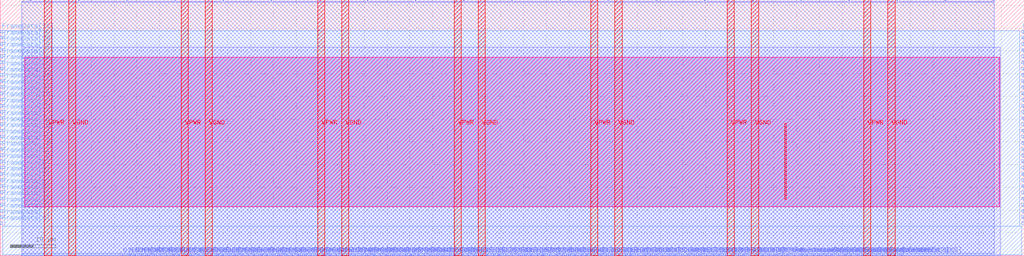
<source format=lef>
VERSION 5.7 ;
  NOWIREEXTENSIONATPIN ON ;
  DIVIDERCHAR "/" ;
  BUSBITCHARS "[]" ;
MACRO N_term_DSP
  CLASS BLOCK ;
  FOREIGN N_term_DSP ;
  ORIGIN 0.000 0.000 ;
  SIZE 225.000 BY 56.250 ;
  PIN FrameData[0]
    DIRECTION INPUT ;
    USE SIGNAL ;
    ANTENNAGATEAREA 0.196500 ;
    PORT
      LAYER met3 ;
        RECT 0.000 6.840 0.600 7.440 ;
    END
  END FrameData[0]
  PIN FrameData[10]
    DIRECTION INPUT ;
    USE SIGNAL ;
    ANTENNAGATEAREA 0.196500 ;
    PORT
      LAYER met3 ;
        RECT 0.000 20.440 0.600 21.040 ;
    END
  END FrameData[10]
  PIN FrameData[11]
    DIRECTION INPUT ;
    USE SIGNAL ;
    ANTENNAGATEAREA 0.631200 ;
    ANTENNADIFFAREA 0.434700 ;
    PORT
      LAYER met3 ;
        RECT 0.000 21.800 0.600 22.400 ;
    END
  END FrameData[11]
  PIN FrameData[12]
    DIRECTION INPUT ;
    USE SIGNAL ;
    ANTENNAGATEAREA 0.631200 ;
    ANTENNADIFFAREA 0.434700 ;
    PORT
      LAYER met3 ;
        RECT 0.000 23.160 0.600 23.760 ;
    END
  END FrameData[12]
  PIN FrameData[13]
    DIRECTION INPUT ;
    USE SIGNAL ;
    ANTENNAGATEAREA 0.631200 ;
    ANTENNADIFFAREA 0.434700 ;
    PORT
      LAYER met3 ;
        RECT 0.000 24.520 0.600 25.120 ;
    END
  END FrameData[13]
  PIN FrameData[14]
    DIRECTION INPUT ;
    USE SIGNAL ;
    ANTENNAGATEAREA 0.631200 ;
    ANTENNADIFFAREA 0.434700 ;
    PORT
      LAYER met3 ;
        RECT 0.000 25.880 0.600 26.480 ;
    END
  END FrameData[14]
  PIN FrameData[15]
    DIRECTION INPUT ;
    USE SIGNAL ;
    ANTENNAGATEAREA 0.631200 ;
    ANTENNADIFFAREA 0.434700 ;
    PORT
      LAYER met3 ;
        RECT 0.000 27.240 0.600 27.840 ;
    END
  END FrameData[15]
  PIN FrameData[16]
    DIRECTION INPUT ;
    USE SIGNAL ;
    ANTENNAGATEAREA 0.631200 ;
    ANTENNADIFFAREA 0.434700 ;
    PORT
      LAYER met3 ;
        RECT 0.000 28.600 0.600 29.200 ;
    END
  END FrameData[16]
  PIN FrameData[17]
    DIRECTION INPUT ;
    USE SIGNAL ;
    ANTENNAGATEAREA 0.631200 ;
    ANTENNADIFFAREA 0.434700 ;
    PORT
      LAYER met3 ;
        RECT 0.000 29.960 0.600 30.560 ;
    END
  END FrameData[17]
  PIN FrameData[18]
    DIRECTION INPUT ;
    USE SIGNAL ;
    ANTENNAGATEAREA 0.631200 ;
    ANTENNADIFFAREA 0.434700 ;
    PORT
      LAYER met3 ;
        RECT 0.000 31.320 0.600 31.920 ;
    END
  END FrameData[18]
  PIN FrameData[19]
    DIRECTION INPUT ;
    USE SIGNAL ;
    ANTENNAGATEAREA 0.631200 ;
    ANTENNADIFFAREA 0.434700 ;
    PORT
      LAYER met3 ;
        RECT 0.000 32.680 0.600 33.280 ;
    END
  END FrameData[19]
  PIN FrameData[1]
    DIRECTION INPUT ;
    USE SIGNAL ;
    ANTENNAGATEAREA 0.196500 ;
    PORT
      LAYER met3 ;
        RECT 0.000 8.200 0.600 8.800 ;
    END
  END FrameData[1]
  PIN FrameData[20]
    DIRECTION INPUT ;
    USE SIGNAL ;
    ANTENNAGATEAREA 0.631200 ;
    ANTENNADIFFAREA 0.434700 ;
    PORT
      LAYER met3 ;
        RECT 0.000 34.040 0.600 34.640 ;
    END
  END FrameData[20]
  PIN FrameData[21]
    DIRECTION INPUT ;
    USE SIGNAL ;
    ANTENNAGATEAREA 0.631200 ;
    ANTENNADIFFAREA 0.434700 ;
    PORT
      LAYER met3 ;
        RECT 0.000 35.400 0.600 36.000 ;
    END
  END FrameData[21]
  PIN FrameData[22]
    DIRECTION INPUT ;
    USE SIGNAL ;
    ANTENNAGATEAREA 0.196500 ;
    PORT
      LAYER met3 ;
        RECT 0.000 36.760 0.600 37.360 ;
    END
  END FrameData[22]
  PIN FrameData[23]
    DIRECTION INPUT ;
    USE SIGNAL ;
    ANTENNAGATEAREA 0.631200 ;
    ANTENNADIFFAREA 0.434700 ;
    PORT
      LAYER met3 ;
        RECT 0.000 38.120 0.600 38.720 ;
    END
  END FrameData[23]
  PIN FrameData[24]
    DIRECTION INPUT ;
    USE SIGNAL ;
    ANTENNAGATEAREA 0.631200 ;
    ANTENNADIFFAREA 0.434700 ;
    PORT
      LAYER met3 ;
        RECT 0.000 39.480 0.600 40.080 ;
    END
  END FrameData[24]
  PIN FrameData[25]
    DIRECTION INPUT ;
    USE SIGNAL ;
    ANTENNAGATEAREA 0.631200 ;
    ANTENNADIFFAREA 0.434700 ;
    PORT
      LAYER met3 ;
        RECT 0.000 40.840 0.600 41.440 ;
    END
  END FrameData[25]
  PIN FrameData[26]
    DIRECTION INPUT ;
    USE SIGNAL ;
    ANTENNAGATEAREA 0.631200 ;
    ANTENNADIFFAREA 0.434700 ;
    PORT
      LAYER met3 ;
        RECT 0.000 42.200 0.600 42.800 ;
    END
  END FrameData[26]
  PIN FrameData[27]
    DIRECTION INPUT ;
    USE SIGNAL ;
    ANTENNAGATEAREA 0.631200 ;
    ANTENNADIFFAREA 0.434700 ;
    PORT
      LAYER met3 ;
        RECT 0.000 43.560 0.600 44.160 ;
    END
  END FrameData[27]
  PIN FrameData[28]
    DIRECTION INPUT ;
    USE SIGNAL ;
    ANTENNAGATEAREA 0.631200 ;
    ANTENNADIFFAREA 0.434700 ;
    PORT
      LAYER met3 ;
        RECT 0.000 44.920 0.600 45.520 ;
    END
  END FrameData[28]
  PIN FrameData[29]
    DIRECTION INPUT ;
    USE SIGNAL ;
    ANTENNAGATEAREA 0.631200 ;
    ANTENNADIFFAREA 0.434700 ;
    PORT
      LAYER met3 ;
        RECT 0.000 46.280 0.600 46.880 ;
    END
  END FrameData[29]
  PIN FrameData[2]
    DIRECTION INPUT ;
    USE SIGNAL ;
    ANTENNAGATEAREA 0.631200 ;
    ANTENNADIFFAREA 0.434700 ;
    PORT
      LAYER met3 ;
        RECT 0.000 9.560 0.600 10.160 ;
    END
  END FrameData[2]
  PIN FrameData[30]
    DIRECTION INPUT ;
    USE SIGNAL ;
    ANTENNAGATEAREA 0.631200 ;
    ANTENNADIFFAREA 0.434700 ;
    PORT
      LAYER met3 ;
        RECT 0.000 47.640 0.600 48.240 ;
    END
  END FrameData[30]
  PIN FrameData[31]
    DIRECTION INPUT ;
    USE SIGNAL ;
    ANTENNAGATEAREA 0.631200 ;
    ANTENNADIFFAREA 0.434700 ;
    PORT
      LAYER met3 ;
        RECT 0.000 49.000 0.600 49.600 ;
    END
  END FrameData[31]
  PIN FrameData[3]
    DIRECTION INPUT ;
    USE SIGNAL ;
    ANTENNAGATEAREA 0.631200 ;
    ANTENNADIFFAREA 0.434700 ;
    PORT
      LAYER met3 ;
        RECT 0.000 10.920 0.600 11.520 ;
    END
  END FrameData[3]
  PIN FrameData[4]
    DIRECTION INPUT ;
    USE SIGNAL ;
    ANTENNAGATEAREA 0.631200 ;
    ANTENNADIFFAREA 0.434700 ;
    PORT
      LAYER met3 ;
        RECT 0.000 12.280 0.600 12.880 ;
    END
  END FrameData[4]
  PIN FrameData[5]
    DIRECTION INPUT ;
    USE SIGNAL ;
    ANTENNAGATEAREA 0.196500 ;
    PORT
      LAYER met3 ;
        RECT 0.000 13.640 0.600 14.240 ;
    END
  END FrameData[5]
  PIN FrameData[6]
    DIRECTION INPUT ;
    USE SIGNAL ;
    ANTENNAGATEAREA 0.631200 ;
    ANTENNADIFFAREA 0.434700 ;
    PORT
      LAYER met3 ;
        RECT 0.000 15.000 0.600 15.600 ;
    END
  END FrameData[6]
  PIN FrameData[7]
    DIRECTION INPUT ;
    USE SIGNAL ;
    ANTENNAGATEAREA 0.631200 ;
    ANTENNADIFFAREA 0.434700 ;
    PORT
      LAYER met3 ;
        RECT 0.000 16.360 0.600 16.960 ;
    END
  END FrameData[7]
  PIN FrameData[8]
    DIRECTION INPUT ;
    USE SIGNAL ;
    ANTENNAGATEAREA 0.631200 ;
    ANTENNADIFFAREA 0.434700 ;
    PORT
      LAYER met3 ;
        RECT 0.000 17.720 0.600 18.320 ;
    END
  END FrameData[8]
  PIN FrameData[9]
    DIRECTION INPUT ;
    USE SIGNAL ;
    ANTENNAGATEAREA 0.631200 ;
    ANTENNADIFFAREA 0.434700 ;
    PORT
      LAYER met3 ;
        RECT 0.000 19.080 0.600 19.680 ;
    END
  END FrameData[9]
  PIN FrameData_O[0]
    DIRECTION OUTPUT ;
    USE SIGNAL ;
    ANTENNADIFFAREA 0.445500 ;
    PORT
      LAYER met3 ;
        RECT 224.400 6.840 225.000 7.440 ;
    END
  END FrameData_O[0]
  PIN FrameData_O[10]
    DIRECTION OUTPUT ;
    USE SIGNAL ;
    ANTENNADIFFAREA 0.445500 ;
    PORT
      LAYER met3 ;
        RECT 224.400 20.440 225.000 21.040 ;
    END
  END FrameData_O[10]
  PIN FrameData_O[11]
    DIRECTION OUTPUT ;
    USE SIGNAL ;
    ANTENNADIFFAREA 0.445500 ;
    PORT
      LAYER met3 ;
        RECT 224.400 21.800 225.000 22.400 ;
    END
  END FrameData_O[11]
  PIN FrameData_O[12]
    DIRECTION OUTPUT ;
    USE SIGNAL ;
    ANTENNADIFFAREA 0.445500 ;
    PORT
      LAYER met3 ;
        RECT 224.400 23.160 225.000 23.760 ;
    END
  END FrameData_O[12]
  PIN FrameData_O[13]
    DIRECTION OUTPUT ;
    USE SIGNAL ;
    ANTENNADIFFAREA 0.445500 ;
    PORT
      LAYER met3 ;
        RECT 224.400 24.520 225.000 25.120 ;
    END
  END FrameData_O[13]
  PIN FrameData_O[14]
    DIRECTION OUTPUT ;
    USE SIGNAL ;
    ANTENNADIFFAREA 0.445500 ;
    PORT
      LAYER met3 ;
        RECT 224.400 25.880 225.000 26.480 ;
    END
  END FrameData_O[14]
  PIN FrameData_O[15]
    DIRECTION OUTPUT ;
    USE SIGNAL ;
    ANTENNADIFFAREA 0.445500 ;
    PORT
      LAYER met3 ;
        RECT 224.400 27.240 225.000 27.840 ;
    END
  END FrameData_O[15]
  PIN FrameData_O[16]
    DIRECTION OUTPUT ;
    USE SIGNAL ;
    ANTENNADIFFAREA 0.445500 ;
    PORT
      LAYER met3 ;
        RECT 224.400 28.600 225.000 29.200 ;
    END
  END FrameData_O[16]
  PIN FrameData_O[17]
    DIRECTION OUTPUT ;
    USE SIGNAL ;
    ANTENNADIFFAREA 0.445500 ;
    PORT
      LAYER met3 ;
        RECT 224.400 29.960 225.000 30.560 ;
    END
  END FrameData_O[17]
  PIN FrameData_O[18]
    DIRECTION OUTPUT ;
    USE SIGNAL ;
    ANTENNADIFFAREA 0.445500 ;
    PORT
      LAYER met3 ;
        RECT 224.400 31.320 225.000 31.920 ;
    END
  END FrameData_O[18]
  PIN FrameData_O[19]
    DIRECTION OUTPUT ;
    USE SIGNAL ;
    ANTENNADIFFAREA 0.445500 ;
    PORT
      LAYER met3 ;
        RECT 224.400 32.680 225.000 33.280 ;
    END
  END FrameData_O[19]
  PIN FrameData_O[1]
    DIRECTION OUTPUT ;
    USE SIGNAL ;
    ANTENNADIFFAREA 0.445500 ;
    PORT
      LAYER met3 ;
        RECT 224.400 8.200 225.000 8.800 ;
    END
  END FrameData_O[1]
  PIN FrameData_O[20]
    DIRECTION OUTPUT ;
    USE SIGNAL ;
    ANTENNADIFFAREA 0.445500 ;
    PORT
      LAYER met3 ;
        RECT 224.400 34.040 225.000 34.640 ;
    END
  END FrameData_O[20]
  PIN FrameData_O[21]
    DIRECTION OUTPUT ;
    USE SIGNAL ;
    ANTENNADIFFAREA 0.445500 ;
    PORT
      LAYER met3 ;
        RECT 224.400 35.400 225.000 36.000 ;
    END
  END FrameData_O[21]
  PIN FrameData_O[22]
    DIRECTION OUTPUT ;
    USE SIGNAL ;
    ANTENNADIFFAREA 0.445500 ;
    PORT
      LAYER met3 ;
        RECT 224.400 36.760 225.000 37.360 ;
    END
  END FrameData_O[22]
  PIN FrameData_O[23]
    DIRECTION OUTPUT ;
    USE SIGNAL ;
    ANTENNADIFFAREA 0.445500 ;
    PORT
      LAYER met3 ;
        RECT 224.400 38.120 225.000 38.720 ;
    END
  END FrameData_O[23]
  PIN FrameData_O[24]
    DIRECTION OUTPUT ;
    USE SIGNAL ;
    ANTENNADIFFAREA 0.445500 ;
    PORT
      LAYER met3 ;
        RECT 224.400 39.480 225.000 40.080 ;
    END
  END FrameData_O[24]
  PIN FrameData_O[25]
    DIRECTION OUTPUT ;
    USE SIGNAL ;
    ANTENNADIFFAREA 0.445500 ;
    PORT
      LAYER met3 ;
        RECT 224.400 40.840 225.000 41.440 ;
    END
  END FrameData_O[25]
  PIN FrameData_O[26]
    DIRECTION OUTPUT ;
    USE SIGNAL ;
    ANTENNADIFFAREA 0.445500 ;
    PORT
      LAYER met3 ;
        RECT 224.400 42.200 225.000 42.800 ;
    END
  END FrameData_O[26]
  PIN FrameData_O[27]
    DIRECTION OUTPUT ;
    USE SIGNAL ;
    ANTENNADIFFAREA 0.445500 ;
    PORT
      LAYER met3 ;
        RECT 224.400 43.560 225.000 44.160 ;
    END
  END FrameData_O[27]
  PIN FrameData_O[28]
    DIRECTION OUTPUT ;
    USE SIGNAL ;
    ANTENNADIFFAREA 0.445500 ;
    PORT
      LAYER met3 ;
        RECT 224.400 44.920 225.000 45.520 ;
    END
  END FrameData_O[28]
  PIN FrameData_O[29]
    DIRECTION OUTPUT ;
    USE SIGNAL ;
    ANTENNADIFFAREA 0.445500 ;
    PORT
      LAYER met3 ;
        RECT 224.400 46.280 225.000 46.880 ;
    END
  END FrameData_O[29]
  PIN FrameData_O[2]
    DIRECTION OUTPUT ;
    USE SIGNAL ;
    ANTENNADIFFAREA 0.445500 ;
    PORT
      LAYER met3 ;
        RECT 224.400 9.560 225.000 10.160 ;
    END
  END FrameData_O[2]
  PIN FrameData_O[30]
    DIRECTION OUTPUT ;
    USE SIGNAL ;
    ANTENNADIFFAREA 0.445500 ;
    PORT
      LAYER met3 ;
        RECT 224.400 47.640 225.000 48.240 ;
    END
  END FrameData_O[30]
  PIN FrameData_O[31]
    DIRECTION OUTPUT ;
    USE SIGNAL ;
    ANTENNADIFFAREA 0.445500 ;
    PORT
      LAYER met3 ;
        RECT 224.400 49.000 225.000 49.600 ;
    END
  END FrameData_O[31]
  PIN FrameData_O[3]
    DIRECTION OUTPUT ;
    USE SIGNAL ;
    ANTENNADIFFAREA 0.445500 ;
    PORT
      LAYER met3 ;
        RECT 224.400 10.920 225.000 11.520 ;
    END
  END FrameData_O[3]
  PIN FrameData_O[4]
    DIRECTION OUTPUT ;
    USE SIGNAL ;
    ANTENNADIFFAREA 0.445500 ;
    PORT
      LAYER met3 ;
        RECT 224.400 12.280 225.000 12.880 ;
    END
  END FrameData_O[4]
  PIN FrameData_O[5]
    DIRECTION OUTPUT ;
    USE SIGNAL ;
    ANTENNADIFFAREA 0.445500 ;
    PORT
      LAYER met3 ;
        RECT 224.400 13.640 225.000 14.240 ;
    END
  END FrameData_O[5]
  PIN FrameData_O[6]
    DIRECTION OUTPUT ;
    USE SIGNAL ;
    ANTENNADIFFAREA 0.445500 ;
    PORT
      LAYER met3 ;
        RECT 224.400 15.000 225.000 15.600 ;
    END
  END FrameData_O[6]
  PIN FrameData_O[7]
    DIRECTION OUTPUT ;
    USE SIGNAL ;
    ANTENNADIFFAREA 0.445500 ;
    PORT
      LAYER met3 ;
        RECT 224.400 16.360 225.000 16.960 ;
    END
  END FrameData_O[7]
  PIN FrameData_O[8]
    DIRECTION OUTPUT ;
    USE SIGNAL ;
    ANTENNADIFFAREA 0.445500 ;
    PORT
      LAYER met3 ;
        RECT 224.400 17.720 225.000 18.320 ;
    END
  END FrameData_O[8]
  PIN FrameData_O[9]
    DIRECTION OUTPUT ;
    USE SIGNAL ;
    ANTENNADIFFAREA 0.445500 ;
    PORT
      LAYER met3 ;
        RECT 224.400 19.080 225.000 19.680 ;
    END
  END FrameData_O[9]
  PIN FrameStrobe[0]
    DIRECTION INPUT ;
    USE SIGNAL ;
    ANTENNAGATEAREA 0.631200 ;
    ANTENNADIFFAREA 0.434700 ;
    PORT
      LAYER met2 ;
        RECT 171.670 0.000 171.950 0.280 ;
    END
  END FrameStrobe[0]
  PIN FrameStrobe[10]
    DIRECTION INPUT ;
    USE SIGNAL ;
    ANTENNAGATEAREA 0.196500 ;
    PORT
      LAYER met2 ;
        RECT 185.470 0.000 185.750 0.280 ;
    END
  END FrameStrobe[10]
  PIN FrameStrobe[11]
    DIRECTION INPUT ;
    USE SIGNAL ;
    ANTENNAGATEAREA 0.196500 ;
    PORT
      LAYER met2 ;
        RECT 186.850 0.000 187.130 0.280 ;
    END
  END FrameStrobe[11]
  PIN FrameStrobe[12]
    DIRECTION INPUT ;
    USE SIGNAL ;
    ANTENNAGATEAREA 0.196500 ;
    PORT
      LAYER met2 ;
        RECT 188.230 0.000 188.510 0.280 ;
    END
  END FrameStrobe[12]
  PIN FrameStrobe[13]
    DIRECTION INPUT ;
    USE SIGNAL ;
    ANTENNAGATEAREA 0.196500 ;
    PORT
      LAYER met2 ;
        RECT 189.610 0.000 189.890 0.280 ;
    END
  END FrameStrobe[13]
  PIN FrameStrobe[14]
    DIRECTION INPUT ;
    USE SIGNAL ;
    ANTENNAGATEAREA 0.196500 ;
    PORT
      LAYER met2 ;
        RECT 190.990 0.000 191.270 0.280 ;
    END
  END FrameStrobe[14]
  PIN FrameStrobe[15]
    DIRECTION INPUT ;
    USE SIGNAL ;
    ANTENNAGATEAREA 0.196500 ;
    PORT
      LAYER met2 ;
        RECT 192.370 0.000 192.650 0.280 ;
    END
  END FrameStrobe[15]
  PIN FrameStrobe[16]
    DIRECTION INPUT ;
    USE SIGNAL ;
    ANTENNAGATEAREA 0.196500 ;
    PORT
      LAYER met2 ;
        RECT 193.750 0.000 194.030 0.280 ;
    END
  END FrameStrobe[16]
  PIN FrameStrobe[17]
    DIRECTION INPUT ;
    USE SIGNAL ;
    ANTENNAGATEAREA 0.196500 ;
    PORT
      LAYER met2 ;
        RECT 195.130 0.000 195.410 0.280 ;
    END
  END FrameStrobe[17]
  PIN FrameStrobe[18]
    DIRECTION INPUT ;
    USE SIGNAL ;
    ANTENNAGATEAREA 0.196500 ;
    PORT
      LAYER met2 ;
        RECT 196.510 0.000 196.790 0.280 ;
    END
  END FrameStrobe[18]
  PIN FrameStrobe[19]
    DIRECTION INPUT ;
    USE SIGNAL ;
    ANTENNAGATEAREA 0.196500 ;
    PORT
      LAYER met2 ;
        RECT 197.890 0.000 198.170 0.280 ;
    END
  END FrameStrobe[19]
  PIN FrameStrobe[1]
    DIRECTION INPUT ;
    USE SIGNAL ;
    ANTENNAGATEAREA 0.631200 ;
    ANTENNADIFFAREA 0.434700 ;
    PORT
      LAYER met2 ;
        RECT 173.050 0.000 173.330 0.280 ;
    END
  END FrameStrobe[1]
  PIN FrameStrobe[2]
    DIRECTION INPUT ;
    USE SIGNAL ;
    ANTENNAGATEAREA 0.631200 ;
    ANTENNADIFFAREA 0.434700 ;
    PORT
      LAYER met2 ;
        RECT 174.430 0.000 174.710 0.280 ;
    END
  END FrameStrobe[2]
  PIN FrameStrobe[3]
    DIRECTION INPUT ;
    USE SIGNAL ;
    ANTENNAGATEAREA 0.196500 ;
    PORT
      LAYER met2 ;
        RECT 175.810 0.000 176.090 0.280 ;
    END
  END FrameStrobe[3]
  PIN FrameStrobe[4]
    DIRECTION INPUT ;
    USE SIGNAL ;
    ANTENNAGATEAREA 0.196500 ;
    PORT
      LAYER met2 ;
        RECT 177.190 0.000 177.470 0.280 ;
    END
  END FrameStrobe[4]
  PIN FrameStrobe[5]
    DIRECTION INPUT ;
    USE SIGNAL ;
    ANTENNAGATEAREA 0.196500 ;
    PORT
      LAYER met2 ;
        RECT 178.570 0.000 178.850 0.280 ;
    END
  END FrameStrobe[5]
  PIN FrameStrobe[6]
    DIRECTION INPUT ;
    USE SIGNAL ;
    ANTENNAGATEAREA 0.196500 ;
    PORT
      LAYER met2 ;
        RECT 179.950 0.000 180.230 0.280 ;
    END
  END FrameStrobe[6]
  PIN FrameStrobe[7]
    DIRECTION INPUT ;
    USE SIGNAL ;
    ANTENNAGATEAREA 0.196500 ;
    PORT
      LAYER met2 ;
        RECT 181.330 0.000 181.610 0.280 ;
    END
  END FrameStrobe[7]
  PIN FrameStrobe[8]
    DIRECTION INPUT ;
    USE SIGNAL ;
    ANTENNAGATEAREA 0.196500 ;
    PORT
      LAYER met2 ;
        RECT 182.710 0.000 182.990 0.280 ;
    END
  END FrameStrobe[8]
  PIN FrameStrobe[9]
    DIRECTION INPUT ;
    USE SIGNAL ;
    ANTENNAGATEAREA 0.196500 ;
    PORT
      LAYER met2 ;
        RECT 184.090 0.000 184.370 0.280 ;
    END
  END FrameStrobe[9]
  PIN FrameStrobe_O[0]
    DIRECTION OUTPUT ;
    USE SIGNAL ;
    ANTENNADIFFAREA 0.445500 ;
    PORT
      LAYER met2 ;
        RECT 17.110 55.970 17.390 56.250 ;
    END
  END FrameStrobe_O[0]
  PIN FrameStrobe_O[10]
    DIRECTION OUTPUT ;
    USE SIGNAL ;
    ANTENNADIFFAREA 0.445500 ;
    PORT
      LAYER met2 ;
        RECT 122.910 55.970 123.190 56.250 ;
    END
  END FrameStrobe_O[10]
  PIN FrameStrobe_O[11]
    DIRECTION OUTPUT ;
    USE SIGNAL ;
    ANTENNADIFFAREA 0.445500 ;
    PORT
      LAYER met2 ;
        RECT 133.490 55.970 133.770 56.250 ;
    END
  END FrameStrobe_O[11]
  PIN FrameStrobe_O[12]
    DIRECTION OUTPUT ;
    USE SIGNAL ;
    ANTENNADIFFAREA 0.445500 ;
    PORT
      LAYER met2 ;
        RECT 144.070 55.970 144.350 56.250 ;
    END
  END FrameStrobe_O[12]
  PIN FrameStrobe_O[13]
    DIRECTION OUTPUT ;
    USE SIGNAL ;
    ANTENNADIFFAREA 0.445500 ;
    PORT
      LAYER met2 ;
        RECT 154.650 55.970 154.930 56.250 ;
    END
  END FrameStrobe_O[13]
  PIN FrameStrobe_O[14]
    DIRECTION OUTPUT ;
    USE SIGNAL ;
    ANTENNADIFFAREA 0.445500 ;
    PORT
      LAYER met2 ;
        RECT 165.230 55.970 165.510 56.250 ;
    END
  END FrameStrobe_O[14]
  PIN FrameStrobe_O[15]
    DIRECTION OUTPUT ;
    USE SIGNAL ;
    ANTENNADIFFAREA 0.445500 ;
    PORT
      LAYER met2 ;
        RECT 175.810 55.970 176.090 56.250 ;
    END
  END FrameStrobe_O[15]
  PIN FrameStrobe_O[16]
    DIRECTION OUTPUT ;
    USE SIGNAL ;
    ANTENNADIFFAREA 0.445500 ;
    PORT
      LAYER met2 ;
        RECT 186.390 55.970 186.670 56.250 ;
    END
  END FrameStrobe_O[16]
  PIN FrameStrobe_O[17]
    DIRECTION OUTPUT ;
    USE SIGNAL ;
    ANTENNADIFFAREA 0.445500 ;
    PORT
      LAYER met2 ;
        RECT 196.970 55.970 197.250 56.250 ;
    END
  END FrameStrobe_O[17]
  PIN FrameStrobe_O[18]
    DIRECTION OUTPUT ;
    USE SIGNAL ;
    ANTENNADIFFAREA 0.445500 ;
    PORT
      LAYER met2 ;
        RECT 207.550 55.970 207.830 56.250 ;
    END
  END FrameStrobe_O[18]
  PIN FrameStrobe_O[19]
    DIRECTION OUTPUT ;
    USE SIGNAL ;
    ANTENNADIFFAREA 0.445500 ;
    PORT
      LAYER met2 ;
        RECT 218.130 55.970 218.410 56.250 ;
    END
  END FrameStrobe_O[19]
  PIN FrameStrobe_O[1]
    DIRECTION OUTPUT ;
    USE SIGNAL ;
    ANTENNADIFFAREA 0.445500 ;
    PORT
      LAYER met2 ;
        RECT 27.690 55.970 27.970 56.250 ;
    END
  END FrameStrobe_O[1]
  PIN FrameStrobe_O[2]
    DIRECTION OUTPUT ;
    USE SIGNAL ;
    ANTENNADIFFAREA 0.445500 ;
    PORT
      LAYER met2 ;
        RECT 38.270 55.970 38.550 56.250 ;
    END
  END FrameStrobe_O[2]
  PIN FrameStrobe_O[3]
    DIRECTION OUTPUT ;
    USE SIGNAL ;
    ANTENNADIFFAREA 0.445500 ;
    PORT
      LAYER met2 ;
        RECT 48.850 55.970 49.130 56.250 ;
    END
  END FrameStrobe_O[3]
  PIN FrameStrobe_O[4]
    DIRECTION OUTPUT ;
    USE SIGNAL ;
    ANTENNADIFFAREA 0.445500 ;
    PORT
      LAYER met2 ;
        RECT 59.430 55.970 59.710 56.250 ;
    END
  END FrameStrobe_O[4]
  PIN FrameStrobe_O[5]
    DIRECTION OUTPUT ;
    USE SIGNAL ;
    ANTENNADIFFAREA 0.445500 ;
    PORT
      LAYER met2 ;
        RECT 70.010 55.970 70.290 56.250 ;
    END
  END FrameStrobe_O[5]
  PIN FrameStrobe_O[6]
    DIRECTION OUTPUT ;
    USE SIGNAL ;
    ANTENNADIFFAREA 0.445500 ;
    PORT
      LAYER met2 ;
        RECT 80.590 55.970 80.870 56.250 ;
    END
  END FrameStrobe_O[6]
  PIN FrameStrobe_O[7]
    DIRECTION OUTPUT ;
    USE SIGNAL ;
    ANTENNADIFFAREA 0.445500 ;
    PORT
      LAYER met2 ;
        RECT 91.170 55.970 91.450 56.250 ;
    END
  END FrameStrobe_O[7]
  PIN FrameStrobe_O[8]
    DIRECTION OUTPUT ;
    USE SIGNAL ;
    ANTENNADIFFAREA 0.445500 ;
    PORT
      LAYER met2 ;
        RECT 101.750 55.970 102.030 56.250 ;
    END
  END FrameStrobe_O[8]
  PIN FrameStrobe_O[9]
    DIRECTION OUTPUT ;
    USE SIGNAL ;
    ANTENNADIFFAREA 0.445500 ;
    PORT
      LAYER met2 ;
        RECT 112.330 55.970 112.610 56.250 ;
    END
  END FrameStrobe_O[9]
  PIN N1END[0]
    DIRECTION INPUT ;
    USE SIGNAL ;
    ANTENNAGATEAREA 0.196500 ;
    PORT
      LAYER met2 ;
        RECT 26.770 0.000 27.050 0.280 ;
    END
  END N1END[0]
  PIN N1END[1]
    DIRECTION INPUT ;
    USE SIGNAL ;
    ANTENNAGATEAREA 0.196500 ;
    PORT
      LAYER met2 ;
        RECT 28.150 0.000 28.430 0.280 ;
    END
  END N1END[1]
  PIN N1END[2]
    DIRECTION INPUT ;
    USE SIGNAL ;
    ANTENNAGATEAREA 0.196500 ;
    PORT
      LAYER met2 ;
        RECT 29.530 0.000 29.810 0.280 ;
    END
  END N1END[2]
  PIN N1END[3]
    DIRECTION INPUT ;
    USE SIGNAL ;
    ANTENNAGATEAREA 0.196500 ;
    PORT
      LAYER met2 ;
        RECT 30.910 0.000 31.190 0.280 ;
    END
  END N1END[3]
  PIN N2END[0]
    DIRECTION INPUT ;
    USE SIGNAL ;
    ANTENNAGATEAREA 0.196500 ;
    PORT
      LAYER met2 ;
        RECT 43.330 0.000 43.610 0.280 ;
    END
  END N2END[0]
  PIN N2END[1]
    DIRECTION INPUT ;
    USE SIGNAL ;
    ANTENNAGATEAREA 0.196500 ;
    PORT
      LAYER met2 ;
        RECT 44.710 0.000 44.990 0.280 ;
    END
  END N2END[1]
  PIN N2END[2]
    DIRECTION INPUT ;
    USE SIGNAL ;
    ANTENNAGATEAREA 0.196500 ;
    PORT
      LAYER met2 ;
        RECT 46.090 0.000 46.370 0.280 ;
    END
  END N2END[2]
  PIN N2END[3]
    DIRECTION INPUT ;
    USE SIGNAL ;
    ANTENNAGATEAREA 0.196500 ;
    PORT
      LAYER met2 ;
        RECT 47.470 0.000 47.750 0.280 ;
    END
  END N2END[3]
  PIN N2END[4]
    DIRECTION INPUT ;
    USE SIGNAL ;
    ANTENNAGATEAREA 0.196500 ;
    PORT
      LAYER met2 ;
        RECT 48.850 0.000 49.130 0.280 ;
    END
  END N2END[4]
  PIN N2END[5]
    DIRECTION INPUT ;
    USE SIGNAL ;
    ANTENNAGATEAREA 0.196500 ;
    PORT
      LAYER met2 ;
        RECT 50.230 0.000 50.510 0.280 ;
    END
  END N2END[5]
  PIN N2END[6]
    DIRECTION INPUT ;
    USE SIGNAL ;
    ANTENNAGATEAREA 0.196500 ;
    PORT
      LAYER met2 ;
        RECT 51.610 0.000 51.890 0.280 ;
    END
  END N2END[6]
  PIN N2END[7]
    DIRECTION INPUT ;
    USE SIGNAL ;
    ANTENNAGATEAREA 0.196500 ;
    PORT
      LAYER met2 ;
        RECT 52.990 0.000 53.270 0.280 ;
    END
  END N2END[7]
  PIN N2MID[0]
    DIRECTION INPUT ;
    USE SIGNAL ;
    ANTENNAGATEAREA 0.196500 ;
    PORT
      LAYER met2 ;
        RECT 32.290 0.000 32.570 0.280 ;
    END
  END N2MID[0]
  PIN N2MID[1]
    DIRECTION INPUT ;
    USE SIGNAL ;
    ANTENNAGATEAREA 0.196500 ;
    PORT
      LAYER met2 ;
        RECT 33.670 0.000 33.950 0.280 ;
    END
  END N2MID[1]
  PIN N2MID[2]
    DIRECTION INPUT ;
    USE SIGNAL ;
    ANTENNAGATEAREA 0.196500 ;
    PORT
      LAYER met2 ;
        RECT 35.050 0.000 35.330 0.280 ;
    END
  END N2MID[2]
  PIN N2MID[3]
    DIRECTION INPUT ;
    USE SIGNAL ;
    ANTENNAGATEAREA 0.196500 ;
    PORT
      LAYER met2 ;
        RECT 36.430 0.000 36.710 0.280 ;
    END
  END N2MID[3]
  PIN N2MID[4]
    DIRECTION INPUT ;
    USE SIGNAL ;
    ANTENNAGATEAREA 0.196500 ;
    PORT
      LAYER met2 ;
        RECT 37.810 0.000 38.090 0.280 ;
    END
  END N2MID[4]
  PIN N2MID[5]
    DIRECTION INPUT ;
    USE SIGNAL ;
    ANTENNAGATEAREA 0.196500 ;
    PORT
      LAYER met2 ;
        RECT 39.190 0.000 39.470 0.280 ;
    END
  END N2MID[5]
  PIN N2MID[6]
    DIRECTION INPUT ;
    USE SIGNAL ;
    ANTENNAGATEAREA 0.196500 ;
    PORT
      LAYER met2 ;
        RECT 40.570 0.000 40.850 0.280 ;
    END
  END N2MID[6]
  PIN N2MID[7]
    DIRECTION INPUT ;
    USE SIGNAL ;
    ANTENNAGATEAREA 0.196500 ;
    PORT
      LAYER met2 ;
        RECT 41.950 0.000 42.230 0.280 ;
    END
  END N2MID[7]
  PIN N4END[0]
    DIRECTION INPUT ;
    USE SIGNAL ;
    ANTENNAGATEAREA 0.196500 ;
    PORT
      LAYER met2 ;
        RECT 54.370 0.000 54.650 0.280 ;
    END
  END N4END[0]
  PIN N4END[10]
    DIRECTION INPUT ;
    USE SIGNAL ;
    ANTENNAGATEAREA 0.196500 ;
    PORT
      LAYER met2 ;
        RECT 68.170 0.000 68.450 0.280 ;
    END
  END N4END[10]
  PIN N4END[11]
    DIRECTION INPUT ;
    USE SIGNAL ;
    ANTENNAGATEAREA 0.196500 ;
    PORT
      LAYER met2 ;
        RECT 69.550 0.000 69.830 0.280 ;
    END
  END N4END[11]
  PIN N4END[12]
    DIRECTION INPUT ;
    USE SIGNAL ;
    ANTENNAGATEAREA 0.196500 ;
    PORT
      LAYER met2 ;
        RECT 70.930 0.000 71.210 0.280 ;
    END
  END N4END[12]
  PIN N4END[13]
    DIRECTION INPUT ;
    USE SIGNAL ;
    ANTENNAGATEAREA 0.196500 ;
    PORT
      LAYER met2 ;
        RECT 72.310 0.000 72.590 0.280 ;
    END
  END N4END[13]
  PIN N4END[14]
    DIRECTION INPUT ;
    USE SIGNAL ;
    ANTENNAGATEAREA 0.196500 ;
    PORT
      LAYER met2 ;
        RECT 73.690 0.000 73.970 0.280 ;
    END
  END N4END[14]
  PIN N4END[15]
    DIRECTION INPUT ;
    USE SIGNAL ;
    ANTENNAGATEAREA 0.196500 ;
    PORT
      LAYER met2 ;
        RECT 75.070 0.000 75.350 0.280 ;
    END
  END N4END[15]
  PIN N4END[1]
    DIRECTION INPUT ;
    USE SIGNAL ;
    ANTENNAGATEAREA 0.196500 ;
    PORT
      LAYER met2 ;
        RECT 55.750 0.000 56.030 0.280 ;
    END
  END N4END[1]
  PIN N4END[2]
    DIRECTION INPUT ;
    USE SIGNAL ;
    ANTENNAGATEAREA 0.196500 ;
    PORT
      LAYER met2 ;
        RECT 57.130 0.000 57.410 0.280 ;
    END
  END N4END[2]
  PIN N4END[3]
    DIRECTION INPUT ;
    USE SIGNAL ;
    ANTENNAGATEAREA 0.196500 ;
    PORT
      LAYER met2 ;
        RECT 58.510 0.000 58.790 0.280 ;
    END
  END N4END[3]
  PIN N4END[4]
    DIRECTION INPUT ;
    USE SIGNAL ;
    ANTENNAGATEAREA 0.196500 ;
    PORT
      LAYER met2 ;
        RECT 59.890 0.000 60.170 0.280 ;
    END
  END N4END[4]
  PIN N4END[5]
    DIRECTION INPUT ;
    USE SIGNAL ;
    ANTENNAGATEAREA 0.196500 ;
    PORT
      LAYER met2 ;
        RECT 61.270 0.000 61.550 0.280 ;
    END
  END N4END[5]
  PIN N4END[6]
    DIRECTION INPUT ;
    USE SIGNAL ;
    ANTENNAGATEAREA 0.196500 ;
    PORT
      LAYER met2 ;
        RECT 62.650 0.000 62.930 0.280 ;
    END
  END N4END[6]
  PIN N4END[7]
    DIRECTION INPUT ;
    USE SIGNAL ;
    ANTENNAGATEAREA 0.196500 ;
    PORT
      LAYER met2 ;
        RECT 64.030 0.000 64.310 0.280 ;
    END
  END N4END[7]
  PIN N4END[8]
    DIRECTION INPUT ;
    USE SIGNAL ;
    ANTENNAGATEAREA 0.196500 ;
    PORT
      LAYER met2 ;
        RECT 65.410 0.000 65.690 0.280 ;
    END
  END N4END[8]
  PIN N4END[9]
    DIRECTION INPUT ;
    USE SIGNAL ;
    ANTENNAGATEAREA 0.196500 ;
    PORT
      LAYER met2 ;
        RECT 66.790 0.000 67.070 0.280 ;
    END
  END N4END[9]
  PIN NN4END[0]
    DIRECTION INPUT ;
    USE SIGNAL ;
    ANTENNAGATEAREA 0.196500 ;
    PORT
      LAYER met2 ;
        RECT 76.450 0.000 76.730 0.280 ;
    END
  END NN4END[0]
  PIN NN4END[10]
    DIRECTION INPUT ;
    USE SIGNAL ;
    ANTENNAGATEAREA 0.196500 ;
    PORT
      LAYER met2 ;
        RECT 90.250 0.000 90.530 0.280 ;
    END
  END NN4END[10]
  PIN NN4END[11]
    DIRECTION INPUT ;
    USE SIGNAL ;
    ANTENNAGATEAREA 0.631200 ;
    ANTENNADIFFAREA 0.434700 ;
    PORT
      LAYER met2 ;
        RECT 91.630 0.000 91.910 0.280 ;
    END
  END NN4END[11]
  PIN NN4END[12]
    DIRECTION INPUT ;
    USE SIGNAL ;
    ANTENNAGATEAREA 0.196500 ;
    PORT
      LAYER met2 ;
        RECT 93.010 0.000 93.290 0.280 ;
    END
  END NN4END[12]
  PIN NN4END[13]
    DIRECTION INPUT ;
    USE SIGNAL ;
    ANTENNAGATEAREA 0.631200 ;
    ANTENNADIFFAREA 0.434700 ;
    PORT
      LAYER met2 ;
        RECT 94.390 0.000 94.670 0.280 ;
    END
  END NN4END[13]
  PIN NN4END[14]
    DIRECTION INPUT ;
    USE SIGNAL ;
    ANTENNAGATEAREA 0.631200 ;
    ANTENNADIFFAREA 0.434700 ;
    PORT
      LAYER met2 ;
        RECT 95.770 0.000 96.050 0.280 ;
    END
  END NN4END[14]
  PIN NN4END[15]
    DIRECTION INPUT ;
    USE SIGNAL ;
    ANTENNAGATEAREA 0.196500 ;
    PORT
      LAYER met2 ;
        RECT 97.150 0.000 97.430 0.280 ;
    END
  END NN4END[15]
  PIN NN4END[1]
    DIRECTION INPUT ;
    USE SIGNAL ;
    ANTENNAGATEAREA 0.196500 ;
    PORT
      LAYER met2 ;
        RECT 77.830 0.000 78.110 0.280 ;
    END
  END NN4END[1]
  PIN NN4END[2]
    DIRECTION INPUT ;
    USE SIGNAL ;
    ANTENNAGATEAREA 0.196500 ;
    PORT
      LAYER met2 ;
        RECT 79.210 0.000 79.490 0.280 ;
    END
  END NN4END[2]
  PIN NN4END[3]
    DIRECTION INPUT ;
    USE SIGNAL ;
    ANTENNAGATEAREA 0.631200 ;
    ANTENNADIFFAREA 0.434700 ;
    PORT
      LAYER met2 ;
        RECT 80.590 0.000 80.870 0.280 ;
    END
  END NN4END[3]
  PIN NN4END[4]
    DIRECTION INPUT ;
    USE SIGNAL ;
    ANTENNAGATEAREA 0.631200 ;
    ANTENNADIFFAREA 0.434700 ;
    PORT
      LAYER met2 ;
        RECT 81.970 0.000 82.250 0.280 ;
    END
  END NN4END[4]
  PIN NN4END[5]
    DIRECTION INPUT ;
    USE SIGNAL ;
    ANTENNAGATEAREA 0.631200 ;
    ANTENNADIFFAREA 0.434700 ;
    PORT
      LAYER met2 ;
        RECT 83.350 0.000 83.630 0.280 ;
    END
  END NN4END[5]
  PIN NN4END[6]
    DIRECTION INPUT ;
    USE SIGNAL ;
    ANTENNAGATEAREA 0.631200 ;
    ANTENNADIFFAREA 0.434700 ;
    PORT
      LAYER met2 ;
        RECT 84.730 0.000 85.010 0.280 ;
    END
  END NN4END[6]
  PIN NN4END[7]
    DIRECTION INPUT ;
    USE SIGNAL ;
    ANTENNAGATEAREA 0.631200 ;
    ANTENNADIFFAREA 0.434700 ;
    PORT
      LAYER met2 ;
        RECT 86.110 0.000 86.390 0.280 ;
    END
  END NN4END[7]
  PIN NN4END[8]
    DIRECTION INPUT ;
    USE SIGNAL ;
    ANTENNAGATEAREA 0.631200 ;
    ANTENNADIFFAREA 0.434700 ;
    PORT
      LAYER met2 ;
        RECT 87.490 0.000 87.770 0.280 ;
    END
  END NN4END[8]
  PIN NN4END[9]
    DIRECTION INPUT ;
    USE SIGNAL ;
    ANTENNAGATEAREA 0.631200 ;
    ANTENNADIFFAREA 0.434700 ;
    PORT
      LAYER met2 ;
        RECT 88.870 0.000 89.150 0.280 ;
    END
  END NN4END[9]
  PIN S1BEG[0]
    DIRECTION OUTPUT ;
    USE SIGNAL ;
    ANTENNADIFFAREA 0.445500 ;
    PORT
      LAYER met2 ;
        RECT 98.530 0.000 98.810 0.280 ;
    END
  END S1BEG[0]
  PIN S1BEG[1]
    DIRECTION OUTPUT ;
    USE SIGNAL ;
    ANTENNADIFFAREA 0.445500 ;
    PORT
      LAYER met2 ;
        RECT 99.910 0.000 100.190 0.280 ;
    END
  END S1BEG[1]
  PIN S1BEG[2]
    DIRECTION OUTPUT ;
    USE SIGNAL ;
    ANTENNADIFFAREA 0.445500 ;
    PORT
      LAYER met2 ;
        RECT 101.290 0.000 101.570 0.280 ;
    END
  END S1BEG[2]
  PIN S1BEG[3]
    DIRECTION OUTPUT ;
    USE SIGNAL ;
    ANTENNADIFFAREA 0.445500 ;
    PORT
      LAYER met2 ;
        RECT 102.670 0.000 102.950 0.280 ;
    END
  END S1BEG[3]
  PIN S2BEG[0]
    DIRECTION OUTPUT ;
    USE SIGNAL ;
    ANTENNADIFFAREA 0.445500 ;
    PORT
      LAYER met2 ;
        RECT 104.050 0.000 104.330 0.280 ;
    END
  END S2BEG[0]
  PIN S2BEG[1]
    DIRECTION OUTPUT ;
    USE SIGNAL ;
    ANTENNADIFFAREA 0.445500 ;
    PORT
      LAYER met2 ;
        RECT 105.430 0.000 105.710 0.280 ;
    END
  END S2BEG[1]
  PIN S2BEG[2]
    DIRECTION OUTPUT ;
    USE SIGNAL ;
    ANTENNADIFFAREA 0.445500 ;
    PORT
      LAYER met2 ;
        RECT 106.810 0.000 107.090 0.280 ;
    END
  END S2BEG[2]
  PIN S2BEG[3]
    DIRECTION OUTPUT ;
    USE SIGNAL ;
    ANTENNADIFFAREA 0.445500 ;
    PORT
      LAYER met2 ;
        RECT 108.190 0.000 108.470 0.280 ;
    END
  END S2BEG[3]
  PIN S2BEG[4]
    DIRECTION OUTPUT ;
    USE SIGNAL ;
    ANTENNADIFFAREA 0.445500 ;
    PORT
      LAYER met2 ;
        RECT 109.570 0.000 109.850 0.280 ;
    END
  END S2BEG[4]
  PIN S2BEG[5]
    DIRECTION OUTPUT ;
    USE SIGNAL ;
    ANTENNADIFFAREA 0.445500 ;
    PORT
      LAYER met2 ;
        RECT 110.950 0.000 111.230 0.280 ;
    END
  END S2BEG[5]
  PIN S2BEG[6]
    DIRECTION OUTPUT ;
    USE SIGNAL ;
    ANTENNADIFFAREA 0.445500 ;
    PORT
      LAYER met2 ;
        RECT 112.330 0.000 112.610 0.280 ;
    END
  END S2BEG[6]
  PIN S2BEG[7]
    DIRECTION OUTPUT ;
    USE SIGNAL ;
    ANTENNADIFFAREA 0.445500 ;
    PORT
      LAYER met2 ;
        RECT 113.710 0.000 113.990 0.280 ;
    END
  END S2BEG[7]
  PIN S2BEGb[0]
    DIRECTION OUTPUT ;
    USE SIGNAL ;
    ANTENNADIFFAREA 0.445500 ;
    PORT
      LAYER met2 ;
        RECT 115.090 0.000 115.370 0.280 ;
    END
  END S2BEGb[0]
  PIN S2BEGb[1]
    DIRECTION OUTPUT ;
    USE SIGNAL ;
    ANTENNADIFFAREA 0.445500 ;
    PORT
      LAYER met2 ;
        RECT 116.470 0.000 116.750 0.280 ;
    END
  END S2BEGb[1]
  PIN S2BEGb[2]
    DIRECTION OUTPUT ;
    USE SIGNAL ;
    ANTENNADIFFAREA 0.445500 ;
    PORT
      LAYER met2 ;
        RECT 117.850 0.000 118.130 0.280 ;
    END
  END S2BEGb[2]
  PIN S2BEGb[3]
    DIRECTION OUTPUT ;
    USE SIGNAL ;
    ANTENNADIFFAREA 0.445500 ;
    PORT
      LAYER met2 ;
        RECT 119.230 0.000 119.510 0.280 ;
    END
  END S2BEGb[3]
  PIN S2BEGb[4]
    DIRECTION OUTPUT ;
    USE SIGNAL ;
    ANTENNADIFFAREA 0.445500 ;
    PORT
      LAYER met2 ;
        RECT 120.610 0.000 120.890 0.280 ;
    END
  END S2BEGb[4]
  PIN S2BEGb[5]
    DIRECTION OUTPUT ;
    USE SIGNAL ;
    ANTENNADIFFAREA 0.445500 ;
    PORT
      LAYER met2 ;
        RECT 121.990 0.000 122.270 0.280 ;
    END
  END S2BEGb[5]
  PIN S2BEGb[6]
    DIRECTION OUTPUT ;
    USE SIGNAL ;
    ANTENNADIFFAREA 0.445500 ;
    PORT
      LAYER met2 ;
        RECT 123.370 0.000 123.650 0.280 ;
    END
  END S2BEGb[6]
  PIN S2BEGb[7]
    DIRECTION OUTPUT ;
    USE SIGNAL ;
    ANTENNADIFFAREA 0.445500 ;
    PORT
      LAYER met2 ;
        RECT 124.750 0.000 125.030 0.280 ;
    END
  END S2BEGb[7]
  PIN S4BEG[0]
    DIRECTION OUTPUT ;
    USE SIGNAL ;
    ANTENNADIFFAREA 0.445500 ;
    PORT
      LAYER met2 ;
        RECT 126.130 0.000 126.410 0.280 ;
    END
  END S4BEG[0]
  PIN S4BEG[10]
    DIRECTION OUTPUT ;
    USE SIGNAL ;
    ANTENNADIFFAREA 0.445500 ;
    PORT
      LAYER met2 ;
        RECT 139.930 0.000 140.210 0.280 ;
    END
  END S4BEG[10]
  PIN S4BEG[11]
    DIRECTION OUTPUT ;
    USE SIGNAL ;
    ANTENNADIFFAREA 0.445500 ;
    PORT
      LAYER met2 ;
        RECT 141.310 0.000 141.590 0.280 ;
    END
  END S4BEG[11]
  PIN S4BEG[12]
    DIRECTION OUTPUT ;
    USE SIGNAL ;
    ANTENNADIFFAREA 0.445500 ;
    PORT
      LAYER met2 ;
        RECT 142.690 0.000 142.970 0.280 ;
    END
  END S4BEG[12]
  PIN S4BEG[13]
    DIRECTION OUTPUT ;
    USE SIGNAL ;
    ANTENNADIFFAREA 0.445500 ;
    PORT
      LAYER met2 ;
        RECT 144.070 0.000 144.350 0.280 ;
    END
  END S4BEG[13]
  PIN S4BEG[14]
    DIRECTION OUTPUT ;
    USE SIGNAL ;
    ANTENNADIFFAREA 0.445500 ;
    PORT
      LAYER met2 ;
        RECT 145.450 0.000 145.730 0.280 ;
    END
  END S4BEG[14]
  PIN S4BEG[15]
    DIRECTION OUTPUT ;
    USE SIGNAL ;
    ANTENNADIFFAREA 0.445500 ;
    PORT
      LAYER met2 ;
        RECT 146.830 0.000 147.110 0.280 ;
    END
  END S4BEG[15]
  PIN S4BEG[1]
    DIRECTION OUTPUT ;
    USE SIGNAL ;
    ANTENNADIFFAREA 0.445500 ;
    PORT
      LAYER met2 ;
        RECT 127.510 0.000 127.790 0.280 ;
    END
  END S4BEG[1]
  PIN S4BEG[2]
    DIRECTION OUTPUT ;
    USE SIGNAL ;
    ANTENNADIFFAREA 0.445500 ;
    PORT
      LAYER met2 ;
        RECT 128.890 0.000 129.170 0.280 ;
    END
  END S4BEG[2]
  PIN S4BEG[3]
    DIRECTION OUTPUT ;
    USE SIGNAL ;
    ANTENNADIFFAREA 0.445500 ;
    PORT
      LAYER met2 ;
        RECT 130.270 0.000 130.550 0.280 ;
    END
  END S4BEG[3]
  PIN S4BEG[4]
    DIRECTION OUTPUT ;
    USE SIGNAL ;
    ANTENNADIFFAREA 0.445500 ;
    PORT
      LAYER met2 ;
        RECT 131.650 0.000 131.930 0.280 ;
    END
  END S4BEG[4]
  PIN S4BEG[5]
    DIRECTION OUTPUT ;
    USE SIGNAL ;
    ANTENNADIFFAREA 0.445500 ;
    PORT
      LAYER met2 ;
        RECT 133.030 0.000 133.310 0.280 ;
    END
  END S4BEG[5]
  PIN S4BEG[6]
    DIRECTION OUTPUT ;
    USE SIGNAL ;
    ANTENNADIFFAREA 0.445500 ;
    PORT
      LAYER met2 ;
        RECT 134.410 0.000 134.690 0.280 ;
    END
  END S4BEG[6]
  PIN S4BEG[7]
    DIRECTION OUTPUT ;
    USE SIGNAL ;
    ANTENNADIFFAREA 0.445500 ;
    PORT
      LAYER met2 ;
        RECT 135.790 0.000 136.070 0.280 ;
    END
  END S4BEG[7]
  PIN S4BEG[8]
    DIRECTION OUTPUT ;
    USE SIGNAL ;
    ANTENNADIFFAREA 0.445500 ;
    PORT
      LAYER met2 ;
        RECT 137.170 0.000 137.450 0.280 ;
    END
  END S4BEG[8]
  PIN S4BEG[9]
    DIRECTION OUTPUT ;
    USE SIGNAL ;
    ANTENNADIFFAREA 0.445500 ;
    PORT
      LAYER met2 ;
        RECT 138.550 0.000 138.830 0.280 ;
    END
  END S4BEG[9]
  PIN SS4BEG[0]
    DIRECTION OUTPUT ;
    USE SIGNAL ;
    ANTENNADIFFAREA 0.445500 ;
    PORT
      LAYER met2 ;
        RECT 148.210 0.000 148.490 0.280 ;
    END
  END SS4BEG[0]
  PIN SS4BEG[10]
    DIRECTION OUTPUT ;
    USE SIGNAL ;
    ANTENNADIFFAREA 0.445500 ;
    PORT
      LAYER met2 ;
        RECT 162.010 0.000 162.290 0.280 ;
    END
  END SS4BEG[10]
  PIN SS4BEG[11]
    DIRECTION OUTPUT ;
    USE SIGNAL ;
    ANTENNADIFFAREA 0.445500 ;
    PORT
      LAYER met2 ;
        RECT 163.390 0.000 163.670 0.280 ;
    END
  END SS4BEG[11]
  PIN SS4BEG[12]
    DIRECTION OUTPUT ;
    USE SIGNAL ;
    ANTENNADIFFAREA 0.445500 ;
    PORT
      LAYER met2 ;
        RECT 164.770 0.000 165.050 0.280 ;
    END
  END SS4BEG[12]
  PIN SS4BEG[13]
    DIRECTION OUTPUT ;
    USE SIGNAL ;
    ANTENNADIFFAREA 0.445500 ;
    PORT
      LAYER met2 ;
        RECT 166.150 0.000 166.430 0.280 ;
    END
  END SS4BEG[13]
  PIN SS4BEG[14]
    DIRECTION OUTPUT ;
    USE SIGNAL ;
    ANTENNADIFFAREA 0.445500 ;
    PORT
      LAYER met2 ;
        RECT 167.530 0.000 167.810 0.280 ;
    END
  END SS4BEG[14]
  PIN SS4BEG[15]
    DIRECTION OUTPUT ;
    USE SIGNAL ;
    ANTENNADIFFAREA 0.445500 ;
    PORT
      LAYER met2 ;
        RECT 168.910 0.000 169.190 0.280 ;
    END
  END SS4BEG[15]
  PIN SS4BEG[1]
    DIRECTION OUTPUT ;
    USE SIGNAL ;
    ANTENNADIFFAREA 0.445500 ;
    PORT
      LAYER met2 ;
        RECT 149.590 0.000 149.870 0.280 ;
    END
  END SS4BEG[1]
  PIN SS4BEG[2]
    DIRECTION OUTPUT ;
    USE SIGNAL ;
    ANTENNADIFFAREA 0.445500 ;
    PORT
      LAYER met2 ;
        RECT 150.970 0.000 151.250 0.280 ;
    END
  END SS4BEG[2]
  PIN SS4BEG[3]
    DIRECTION OUTPUT ;
    USE SIGNAL ;
    ANTENNADIFFAREA 0.445500 ;
    PORT
      LAYER met2 ;
        RECT 152.350 0.000 152.630 0.280 ;
    END
  END SS4BEG[3]
  PIN SS4BEG[4]
    DIRECTION OUTPUT ;
    USE SIGNAL ;
    ANTENNADIFFAREA 0.445500 ;
    PORT
      LAYER met2 ;
        RECT 153.730 0.000 154.010 0.280 ;
    END
  END SS4BEG[4]
  PIN SS4BEG[5]
    DIRECTION OUTPUT ;
    USE SIGNAL ;
    ANTENNADIFFAREA 0.445500 ;
    PORT
      LAYER met2 ;
        RECT 155.110 0.000 155.390 0.280 ;
    END
  END SS4BEG[5]
  PIN SS4BEG[6]
    DIRECTION OUTPUT ;
    USE SIGNAL ;
    ANTENNADIFFAREA 0.445500 ;
    PORT
      LAYER met2 ;
        RECT 156.490 0.000 156.770 0.280 ;
    END
  END SS4BEG[6]
  PIN SS4BEG[7]
    DIRECTION OUTPUT ;
    USE SIGNAL ;
    ANTENNADIFFAREA 0.445500 ;
    PORT
      LAYER met2 ;
        RECT 157.870 0.000 158.150 0.280 ;
    END
  END SS4BEG[7]
  PIN SS4BEG[8]
    DIRECTION OUTPUT ;
    USE SIGNAL ;
    ANTENNADIFFAREA 0.445500 ;
    PORT
      LAYER met2 ;
        RECT 159.250 0.000 159.530 0.280 ;
    END
  END SS4BEG[8]
  PIN SS4BEG[9]
    DIRECTION OUTPUT ;
    USE SIGNAL ;
    ANTENNADIFFAREA 0.445500 ;
    PORT
      LAYER met2 ;
        RECT 160.630 0.000 160.910 0.280 ;
    END
  END SS4BEG[9]
  PIN UserCLK
    DIRECTION INPUT ;
    USE SIGNAL ;
    ANTENNAGATEAREA 0.159000 ;
    PORT
      LAYER met2 ;
        RECT 170.290 0.000 170.570 0.280 ;
    END
  END UserCLK
  PIN UserCLKo
    DIRECTION OUTPUT ;
    USE SIGNAL ;
    ANTENNADIFFAREA 0.340600 ;
    PORT
      LAYER met2 ;
        RECT 6.530 55.970 6.810 56.250 ;
    END
  END UserCLKo
  PIN VGND
    DIRECTION INOUT ;
    USE GROUND ;
    PORT
      LAYER met4 ;
        RECT 15.020 0.000 16.620 56.250 ;
    END
    PORT
      LAYER met4 ;
        RECT 45.020 0.000 46.620 56.250 ;
    END
    PORT
      LAYER met4 ;
        RECT 75.020 0.000 76.620 56.250 ;
    END
    PORT
      LAYER met4 ;
        RECT 105.020 0.000 106.620 56.250 ;
    END
    PORT
      LAYER met4 ;
        RECT 135.020 0.000 136.620 56.250 ;
    END
    PORT
      LAYER met4 ;
        RECT 165.020 0.000 166.620 56.250 ;
    END
    PORT
      LAYER met4 ;
        RECT 195.020 0.000 196.620 56.250 ;
    END
  END VGND
  PIN VPWR
    DIRECTION INOUT ;
    USE POWER ;
    PORT
      LAYER met4 ;
        RECT 9.720 0.000 11.320 56.250 ;
    END
    PORT
      LAYER met4 ;
        RECT 39.720 0.000 41.320 56.250 ;
    END
    PORT
      LAYER met4 ;
        RECT 69.720 0.000 71.320 56.250 ;
    END
    PORT
      LAYER met4 ;
        RECT 99.720 0.000 101.320 56.250 ;
    END
    PORT
      LAYER met4 ;
        RECT 129.720 0.000 131.320 56.250 ;
    END
    PORT
      LAYER met4 ;
        RECT 159.720 0.000 161.320 56.250 ;
    END
    PORT
      LAYER met4 ;
        RECT 189.720 0.000 191.320 56.250 ;
    END
  END VPWR
  OBS
      LAYER nwell ;
        RECT 5.330 10.795 219.610 43.605 ;
      LAYER li1 ;
        RECT 5.520 10.795 219.420 43.605 ;
      LAYER met1 ;
        RECT 4.670 0.040 219.720 45.860 ;
      LAYER met2 ;
        RECT 4.690 55.690 6.250 55.970 ;
        RECT 7.090 55.690 16.830 55.970 ;
        RECT 17.670 55.690 27.410 55.970 ;
        RECT 28.250 55.690 37.990 55.970 ;
        RECT 38.830 55.690 48.570 55.970 ;
        RECT 49.410 55.690 59.150 55.970 ;
        RECT 59.990 55.690 69.730 55.970 ;
        RECT 70.570 55.690 80.310 55.970 ;
        RECT 81.150 55.690 90.890 55.970 ;
        RECT 91.730 55.690 101.470 55.970 ;
        RECT 102.310 55.690 112.050 55.970 ;
        RECT 112.890 55.690 122.630 55.970 ;
        RECT 123.470 55.690 133.210 55.970 ;
        RECT 134.050 55.690 143.790 55.970 ;
        RECT 144.630 55.690 154.370 55.970 ;
        RECT 155.210 55.690 164.950 55.970 ;
        RECT 165.790 55.690 175.530 55.970 ;
        RECT 176.370 55.690 186.110 55.970 ;
        RECT 186.950 55.690 196.690 55.970 ;
        RECT 197.530 55.690 207.270 55.970 ;
        RECT 208.110 55.690 217.850 55.970 ;
        RECT 4.690 0.560 218.400 55.690 ;
        RECT 4.690 0.010 26.490 0.560 ;
        RECT 27.330 0.010 27.870 0.560 ;
        RECT 28.710 0.010 29.250 0.560 ;
        RECT 30.090 0.010 30.630 0.560 ;
        RECT 31.470 0.010 32.010 0.560 ;
        RECT 32.850 0.010 33.390 0.560 ;
        RECT 34.230 0.010 34.770 0.560 ;
        RECT 35.610 0.010 36.150 0.560 ;
        RECT 36.990 0.010 37.530 0.560 ;
        RECT 38.370 0.010 38.910 0.560 ;
        RECT 39.750 0.010 40.290 0.560 ;
        RECT 41.130 0.010 41.670 0.560 ;
        RECT 42.510 0.010 43.050 0.560 ;
        RECT 43.890 0.010 44.430 0.560 ;
        RECT 45.270 0.010 45.810 0.560 ;
        RECT 46.650 0.010 47.190 0.560 ;
        RECT 48.030 0.010 48.570 0.560 ;
        RECT 49.410 0.010 49.950 0.560 ;
        RECT 50.790 0.010 51.330 0.560 ;
        RECT 52.170 0.010 52.710 0.560 ;
        RECT 53.550 0.010 54.090 0.560 ;
        RECT 54.930 0.010 55.470 0.560 ;
        RECT 56.310 0.010 56.850 0.560 ;
        RECT 57.690 0.010 58.230 0.560 ;
        RECT 59.070 0.010 59.610 0.560 ;
        RECT 60.450 0.010 60.990 0.560 ;
        RECT 61.830 0.010 62.370 0.560 ;
        RECT 63.210 0.010 63.750 0.560 ;
        RECT 64.590 0.010 65.130 0.560 ;
        RECT 65.970 0.010 66.510 0.560 ;
        RECT 67.350 0.010 67.890 0.560 ;
        RECT 68.730 0.010 69.270 0.560 ;
        RECT 70.110 0.010 70.650 0.560 ;
        RECT 71.490 0.010 72.030 0.560 ;
        RECT 72.870 0.010 73.410 0.560 ;
        RECT 74.250 0.010 74.790 0.560 ;
        RECT 75.630 0.010 76.170 0.560 ;
        RECT 77.010 0.010 77.550 0.560 ;
        RECT 78.390 0.010 78.930 0.560 ;
        RECT 79.770 0.010 80.310 0.560 ;
        RECT 81.150 0.010 81.690 0.560 ;
        RECT 82.530 0.010 83.070 0.560 ;
        RECT 83.910 0.010 84.450 0.560 ;
        RECT 85.290 0.010 85.830 0.560 ;
        RECT 86.670 0.010 87.210 0.560 ;
        RECT 88.050 0.010 88.590 0.560 ;
        RECT 89.430 0.010 89.970 0.560 ;
        RECT 90.810 0.010 91.350 0.560 ;
        RECT 92.190 0.010 92.730 0.560 ;
        RECT 93.570 0.010 94.110 0.560 ;
        RECT 94.950 0.010 95.490 0.560 ;
        RECT 96.330 0.010 96.870 0.560 ;
        RECT 97.710 0.010 98.250 0.560 ;
        RECT 99.090 0.010 99.630 0.560 ;
        RECT 100.470 0.010 101.010 0.560 ;
        RECT 101.850 0.010 102.390 0.560 ;
        RECT 103.230 0.010 103.770 0.560 ;
        RECT 104.610 0.010 105.150 0.560 ;
        RECT 105.990 0.010 106.530 0.560 ;
        RECT 107.370 0.010 107.910 0.560 ;
        RECT 108.750 0.010 109.290 0.560 ;
        RECT 110.130 0.010 110.670 0.560 ;
        RECT 111.510 0.010 112.050 0.560 ;
        RECT 112.890 0.010 113.430 0.560 ;
        RECT 114.270 0.010 114.810 0.560 ;
        RECT 115.650 0.010 116.190 0.560 ;
        RECT 117.030 0.010 117.570 0.560 ;
        RECT 118.410 0.010 118.950 0.560 ;
        RECT 119.790 0.010 120.330 0.560 ;
        RECT 121.170 0.010 121.710 0.560 ;
        RECT 122.550 0.010 123.090 0.560 ;
        RECT 123.930 0.010 124.470 0.560 ;
        RECT 125.310 0.010 125.850 0.560 ;
        RECT 126.690 0.010 127.230 0.560 ;
        RECT 128.070 0.010 128.610 0.560 ;
        RECT 129.450 0.010 129.990 0.560 ;
        RECT 130.830 0.010 131.370 0.560 ;
        RECT 132.210 0.010 132.750 0.560 ;
        RECT 133.590 0.010 134.130 0.560 ;
        RECT 134.970 0.010 135.510 0.560 ;
        RECT 136.350 0.010 136.890 0.560 ;
        RECT 137.730 0.010 138.270 0.560 ;
        RECT 139.110 0.010 139.650 0.560 ;
        RECT 140.490 0.010 141.030 0.560 ;
        RECT 141.870 0.010 142.410 0.560 ;
        RECT 143.250 0.010 143.790 0.560 ;
        RECT 144.630 0.010 145.170 0.560 ;
        RECT 146.010 0.010 146.550 0.560 ;
        RECT 147.390 0.010 147.930 0.560 ;
        RECT 148.770 0.010 149.310 0.560 ;
        RECT 150.150 0.010 150.690 0.560 ;
        RECT 151.530 0.010 152.070 0.560 ;
        RECT 152.910 0.010 153.450 0.560 ;
        RECT 154.290 0.010 154.830 0.560 ;
        RECT 155.670 0.010 156.210 0.560 ;
        RECT 157.050 0.010 157.590 0.560 ;
        RECT 158.430 0.010 158.970 0.560 ;
        RECT 159.810 0.010 160.350 0.560 ;
        RECT 161.190 0.010 161.730 0.560 ;
        RECT 162.570 0.010 163.110 0.560 ;
        RECT 163.950 0.010 164.490 0.560 ;
        RECT 165.330 0.010 165.870 0.560 ;
        RECT 166.710 0.010 167.250 0.560 ;
        RECT 168.090 0.010 168.630 0.560 ;
        RECT 169.470 0.010 170.010 0.560 ;
        RECT 170.850 0.010 171.390 0.560 ;
        RECT 172.230 0.010 172.770 0.560 ;
        RECT 173.610 0.010 174.150 0.560 ;
        RECT 174.990 0.010 175.530 0.560 ;
        RECT 176.370 0.010 176.910 0.560 ;
        RECT 177.750 0.010 178.290 0.560 ;
        RECT 179.130 0.010 179.670 0.560 ;
        RECT 180.510 0.010 181.050 0.560 ;
        RECT 181.890 0.010 182.430 0.560 ;
        RECT 183.270 0.010 183.810 0.560 ;
        RECT 184.650 0.010 185.190 0.560 ;
        RECT 186.030 0.010 186.570 0.560 ;
        RECT 187.410 0.010 187.950 0.560 ;
        RECT 188.790 0.010 189.330 0.560 ;
        RECT 190.170 0.010 190.710 0.560 ;
        RECT 191.550 0.010 192.090 0.560 ;
        RECT 192.930 0.010 193.470 0.560 ;
        RECT 194.310 0.010 194.850 0.560 ;
        RECT 195.690 0.010 196.230 0.560 ;
        RECT 197.070 0.010 197.610 0.560 ;
        RECT 198.450 0.010 218.400 0.560 ;
      LAYER met3 ;
        RECT 1.000 6.440 224.000 49.465 ;
        RECT 0.600 0.175 224.400 6.440 ;
      LAYER met4 ;
        RECT 172.335 12.415 172.665 29.065 ;
  END
END N_term_DSP
END LIBRARY


</source>
